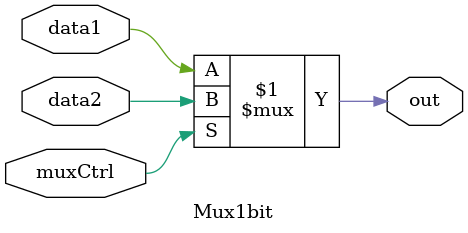
<source format=v>
module Mux(data1,data2,muxCtrl,out);
input wire[31:0] data1;
input wire[31:0] data2;
input muxCtrl;
output reg [31:0]out;

//assign out = muxCtrl?data2:data1;
always@(data1,data2,muxCtrl)
begin
if(muxCtrl==1)
out = data2;
else if(muxCtrl==0)
out = data1;

end 



endmodule





module Mux1bit (data1,data2,muxCtrl,out);


input wire data1;
input wire data2;
input wire muxCtrl;
output wire out;

assign out = muxCtrl?data2:data1;
	


endmodule

 
</source>
